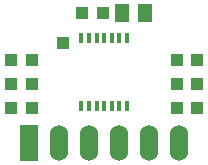
<source format=gtp>
G04 #@! TF.FileFunction,Paste,Top*
%FSLAX46Y46*%
G04 Gerber Fmt 4.6, Leading zero omitted, Abs format (unit mm)*
G04 Created by KiCad (PCBNEW 4.0.1-stable) date 2017/03/04 23:15:11*
%MOMM*%
G01*
G04 APERTURE LIST*
%ADD10C,0.100000*%
%ADD11R,1.049020X1.079500*%
%ADD12R,0.347980X0.899160*%
%ADD13R,1.524000X3.048000*%
%ADD14O,1.524000X3.048000*%
%ADD15R,0.998220X0.998220*%
%ADD16R,1.297940X1.597660*%
G04 APERTURE END LIST*
D10*
D11*
X144873760Y-92000000D03*
X143126240Y-92000000D03*
D12*
X143051820Y-99872740D03*
X143702060Y-99872740D03*
X144352300Y-99872740D03*
X145000000Y-99872740D03*
X145647700Y-99872740D03*
X146297940Y-99872740D03*
X146948180Y-99872740D03*
X146948180Y-94127260D03*
X146297940Y-94127260D03*
X145647700Y-94127260D03*
X145000000Y-94127260D03*
X144352300Y-94127260D03*
X143702060Y-94127260D03*
X143051820Y-94127260D03*
D13*
X138650000Y-103000000D03*
D14*
X141190000Y-103000000D03*
X143730000Y-103000000D03*
X146270000Y-103000000D03*
X148810000Y-103000000D03*
X151350000Y-103000000D03*
D11*
X138873760Y-100000000D03*
X137126240Y-100000000D03*
X138873760Y-98000000D03*
X137126240Y-98000000D03*
X138873760Y-96000000D03*
X137126240Y-96000000D03*
X151126240Y-100000000D03*
X152873760Y-100000000D03*
X151126240Y-98000000D03*
X152873760Y-98000000D03*
X151126240Y-96000000D03*
X152873760Y-96000000D03*
D15*
X141500000Y-94500000D03*
D16*
X146501780Y-92000000D03*
X148498220Y-92000000D03*
M02*

</source>
